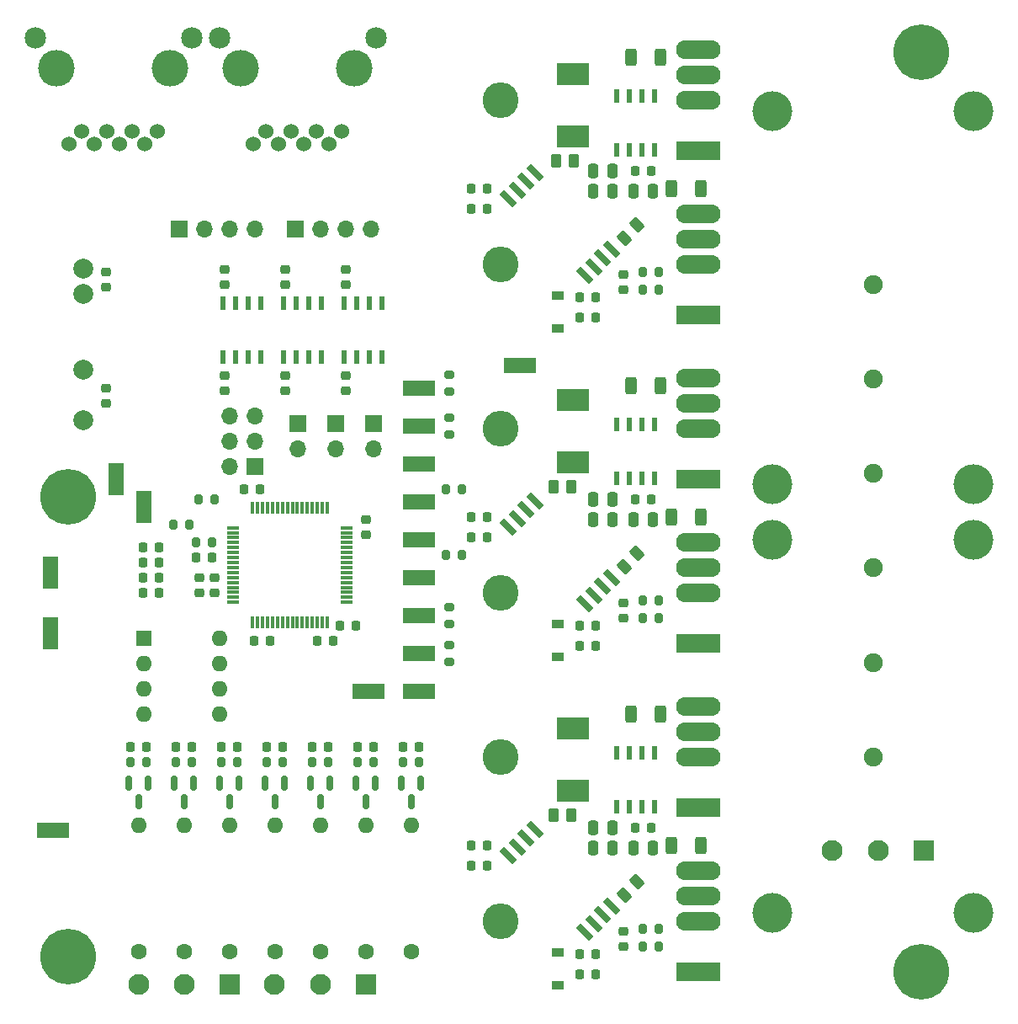
<source format=gbr>
%TF.GenerationSoftware,KiCad,Pcbnew,(6.0.9)*%
%TF.CreationDate,2023-06-09T19:15:00-04:00*%
%TF.ProjectId,HV servo drive v1,48562073-6572-4766-9f20-647269766520,rev?*%
%TF.SameCoordinates,Original*%
%TF.FileFunction,Soldermask,Top*%
%TF.FilePolarity,Negative*%
%FSLAX46Y46*%
G04 Gerber Fmt 4.6, Leading zero omitted, Abs format (unit mm)*
G04 Created by KiCad (PCBNEW (6.0.9)) date 2023-06-09 19:15:00*
%MOMM*%
%LPD*%
G01*
G04 APERTURE LIST*
G04 Aperture macros list*
%AMRoundRect*
0 Rectangle with rounded corners*
0 $1 Rounding radius*
0 $2 $3 $4 $5 $6 $7 $8 $9 X,Y pos of 4 corners*
0 Add a 4 corners polygon primitive as box body*
4,1,4,$2,$3,$4,$5,$6,$7,$8,$9,$2,$3,0*
0 Add four circle primitives for the rounded corners*
1,1,$1+$1,$2,$3*
1,1,$1+$1,$4,$5*
1,1,$1+$1,$6,$7*
1,1,$1+$1,$8,$9*
0 Add four rect primitives between the rounded corners*
20,1,$1+$1,$2,$3,$4,$5,0*
20,1,$1+$1,$4,$5,$6,$7,0*
20,1,$1+$1,$6,$7,$8,$9,0*
20,1,$1+$1,$8,$9,$2,$3,0*%
%AMRotRect*
0 Rectangle, with rotation*
0 The origin of the aperture is its center*
0 $1 length*
0 $2 width*
0 $3 Rotation angle, in degrees counterclockwise*
0 Add horizontal line*
21,1,$1,$2,0,0,$3*%
G04 Aperture macros list end*
%ADD10C,3.600000*%
%ADD11C,5.600000*%
%ADD12C,4.000000*%
%ADD13R,1.700000X1.700000*%
%ADD14O,1.700000X1.700000*%
%ADD15RoundRect,0.218750X-0.218750X-0.256250X0.218750X-0.256250X0.218750X0.256250X-0.218750X0.256250X0*%
%ADD16RoundRect,0.200000X0.275000X-0.200000X0.275000X0.200000X-0.275000X0.200000X-0.275000X-0.200000X0*%
%ADD17RoundRect,0.200000X-0.200000X-0.275000X0.200000X-0.275000X0.200000X0.275000X-0.200000X0.275000X0*%
%ADD18R,3.200000X1.600000*%
%ADD19R,1.600000X3.200000*%
%ADD20RoundRect,0.250000X0.250000X0.475000X-0.250000X0.475000X-0.250000X-0.475000X0.250000X-0.475000X0*%
%ADD21RoundRect,0.225000X0.225000X0.250000X-0.225000X0.250000X-0.225000X-0.250000X0.225000X-0.250000X0*%
%ADD22C,1.600000*%
%ADD23O,1.600000X1.600000*%
%ADD24RoundRect,0.200000X0.200000X0.275000X-0.200000X0.275000X-0.200000X-0.275000X0.200000X-0.275000X0*%
%ADD25RoundRect,0.225000X-0.225000X-0.250000X0.225000X-0.250000X0.225000X0.250000X-0.225000X0.250000X0*%
%ADD26RoundRect,0.225000X-0.250000X0.225000X-0.250000X-0.225000X0.250000X-0.225000X0.250000X0.225000X0*%
%ADD27RoundRect,0.250001X0.799999X0.799999X-0.799999X0.799999X-0.799999X-0.799999X0.799999X-0.799999X0*%
%ADD28C,2.100000*%
%ADD29RoundRect,0.225000X0.250000X-0.225000X0.250000X0.225000X-0.250000X0.225000X-0.250000X-0.225000X0*%
%ADD30RoundRect,0.150000X-0.150000X0.587500X-0.150000X-0.587500X0.150000X-0.587500X0.150000X0.587500X0*%
%ADD31R,0.558800X1.460500*%
%ADD32R,1.200000X0.900000*%
%ADD33RoundRect,0.250000X-0.312500X-0.625000X0.312500X-0.625000X0.312500X0.625000X-0.312500X0.625000X0*%
%ADD34RotRect,0.599999X1.799999X225.000000*%
%ADD35R,1.600000X1.600000*%
%ADD36C,1.524000*%
%ADD37C,2.159000*%
%ADD38C,3.683000*%
%ADD39C,1.905000*%
%ADD40R,3.276600X2.260600*%
%ADD41RoundRect,0.250000X-0.132583X0.503814X-0.503814X0.132583X0.132583X-0.503814X0.503814X-0.132583X0*%
%ADD42RoundRect,0.250000X0.262500X0.450000X-0.262500X0.450000X-0.262500X-0.450000X0.262500X-0.450000X0*%
%ADD43R,1.193800X0.304800*%
%ADD44R,0.304800X1.193800*%
%ADD45C,2.000000*%
%ADD46O,3.600000X3.600000*%
%ADD47R,4.500000X1.905000*%
%ADD48O,4.500000X1.905000*%
G04 APERTURE END LIST*
D10*
%TO.C,H4*%
X108458000Y-99822000D03*
D11*
X108458000Y-99822000D03*
%TD*%
D10*
%TO.C,H3*%
X108458000Y-146050000D03*
D11*
X108458000Y-146050000D03*
%TD*%
D12*
%TO.C,C9*%
X199638000Y-98552000D03*
X179338000Y-98552000D03*
X199638000Y-61052000D03*
X179338000Y-61052000D03*
%TD*%
%TO.C,C8*%
X179330000Y-104140000D03*
X199630000Y-104140000D03*
X179330000Y-141640000D03*
X199630000Y-141640000D03*
%TD*%
D11*
%TO.C,H2*%
X194310000Y-55118000D03*
D10*
X194310000Y-55118000D03*
%TD*%
D11*
%TO.C,H1*%
X194310000Y-147574000D03*
D10*
X194310000Y-147574000D03*
%TD*%
D13*
%TO.C,J3*%
X127254000Y-96774000D03*
D14*
X124714000Y-96774000D03*
X127254000Y-94234000D03*
X124714000Y-94234000D03*
X127254000Y-91694000D03*
X124714000Y-91694000D03*
%TD*%
D15*
%TO.C,D6*%
X116052500Y-109474000D03*
X117627500Y-109474000D03*
%TD*%
%TO.C,D5*%
X116052500Y-107950000D03*
X117627500Y-107950000D03*
%TD*%
%TO.C,D4*%
X116052500Y-106426000D03*
X117627500Y-106426000D03*
%TD*%
%TO.C,D3*%
X116052500Y-104902000D03*
X117627500Y-104902000D03*
%TD*%
D13*
%TO.C,TH3*%
X139192000Y-92451000D03*
D14*
X139192000Y-94991000D03*
%TD*%
D13*
%TO.C,TH2*%
X131572000Y-92451000D03*
D14*
X131572000Y-94991000D03*
%TD*%
D13*
%TO.C,TH1*%
X135382000Y-92451000D03*
D14*
X135382000Y-94991000D03*
%TD*%
D16*
%TO.C,R23*%
X146812000Y-116395000D03*
X146812000Y-114745000D03*
%TD*%
D17*
%TO.C,R22*%
X146495000Y-105664000D03*
X148145000Y-105664000D03*
%TD*%
D16*
%TO.C,R21*%
X146812000Y-93535000D03*
X146812000Y-91885000D03*
%TD*%
%TO.C,R20*%
X146812000Y-112585000D03*
X146812000Y-110935000D03*
%TD*%
D17*
%TO.C,R19*%
X146495000Y-99060000D03*
X148145000Y-99060000D03*
%TD*%
D16*
%TO.C,R18*%
X146812000Y-89217000D03*
X146812000Y-87567000D03*
%TD*%
D18*
%TO.C,TP16*%
X143764000Y-119380000D03*
%TD*%
%TO.C,TP15*%
X143764000Y-96520000D03*
%TD*%
%TO.C,TP14*%
X143764000Y-107950000D03*
%TD*%
D19*
%TO.C,TP13*%
X116078000Y-100838000D03*
%TD*%
D18*
%TO.C,TP12*%
X143764000Y-115570000D03*
%TD*%
%TO.C,TP11*%
X143764000Y-92710000D03*
%TD*%
%TO.C,TP10*%
X143764000Y-104140000D03*
%TD*%
%TO.C,TP9*%
X143764000Y-111760000D03*
%TD*%
%TO.C,TP8*%
X143764000Y-88900000D03*
%TD*%
%TO.C,TP7*%
X106934000Y-133350000D03*
%TD*%
D19*
%TO.C,TP6*%
X113284000Y-98044000D03*
%TD*%
D18*
%TO.C,TP5*%
X143764000Y-100330000D03*
%TD*%
D19*
%TO.C,TP4*%
X106680000Y-113538000D03*
%TD*%
D18*
%TO.C,TP3*%
X153924000Y-86614000D03*
%TD*%
D19*
%TO.C,TP2*%
X106680000Y-107442000D03*
%TD*%
D18*
%TO.C,TP1*%
X138684000Y-119380000D03*
%TD*%
D20*
%TO.C,C52*%
X167320000Y-102108000D03*
X165420000Y-102108000D03*
%TD*%
D21*
%TO.C,C50*%
X150635000Y-101854000D03*
X149085000Y-101854000D03*
%TD*%
%TO.C,C67*%
X161557000Y-147828000D03*
X160007000Y-147828000D03*
%TD*%
D22*
%TO.C,R44*%
X143002000Y-145542000D03*
D23*
X143002000Y-132842000D03*
%TD*%
D24*
%TO.C,R62*%
X167957000Y-143256000D03*
X166307000Y-143256000D03*
%TD*%
D25*
%TO.C,C28*%
X123939000Y-124968000D03*
X125489000Y-124968000D03*
%TD*%
D26*
%TO.C,C72*%
X164338000Y-77457000D03*
X164338000Y-79007000D03*
%TD*%
%TO.C,C71*%
X164338000Y-110477000D03*
X164338000Y-112027000D03*
%TD*%
D27*
%TO.C,J6*%
X194592000Y-135382000D03*
D28*
X189992000Y-135382000D03*
X185392000Y-135382000D03*
%TD*%
D20*
%TO.C,C60*%
X163256000Y-100076000D03*
X161356000Y-100076000D03*
%TD*%
D21*
%TO.C,C59*%
X167145000Y-100076000D03*
X165595000Y-100076000D03*
%TD*%
%TO.C,C66*%
X161557000Y-81788000D03*
X160007000Y-81788000D03*
%TD*%
%TO.C,C56*%
X150635000Y-134874000D03*
X149085000Y-134874000D03*
%TD*%
D29*
%TO.C,C24*%
X121666000Y-109487000D03*
X121666000Y-107937000D03*
%TD*%
D17*
%TO.C,R41*%
X133033000Y-126492000D03*
X134683000Y-126492000D03*
%TD*%
D30*
%TO.C,D15*%
X143952000Y-128602500D03*
X142052000Y-128602500D03*
X143002000Y-130477500D03*
%TD*%
D25*
%TO.C,C17*%
X135877000Y-112776000D03*
X137427000Y-112776000D03*
%TD*%
D20*
%TO.C,C54*%
X167320000Y-69088000D03*
X165420000Y-69088000D03*
%TD*%
D31*
%TO.C,U3*%
X130175000Y-85782150D03*
X131445000Y-85782150D03*
X132715000Y-85782150D03*
X133985000Y-85782150D03*
X133985000Y-80333850D03*
X132715000Y-80333850D03*
X131445000Y-80333850D03*
X130175000Y-80333850D03*
%TD*%
D22*
%TO.C,R40*%
X133858000Y-145542000D03*
D23*
X133858000Y-132842000D03*
%TD*%
D32*
%TO.C,D20*%
X157734000Y-82930000D03*
X157734000Y-79630000D03*
%TD*%
D22*
%TO.C,R29*%
X115570000Y-145542000D03*
D23*
X115570000Y-132842000D03*
%TD*%
D33*
%TO.C,R55*%
X165161500Y-55626000D03*
X168086500Y-55626000D03*
%TD*%
D30*
%TO.C,D12*%
X139380000Y-128602500D03*
X137480000Y-128602500D03*
X138430000Y-130477500D03*
%TD*%
D34*
%TO.C,U14*%
X160494693Y-77590770D03*
X161392718Y-76692744D03*
X162290744Y-75794718D03*
X163188770Y-74896693D03*
X155481307Y-67189230D03*
X154583282Y-68087256D03*
X153685256Y-68985282D03*
X152787230Y-69883307D03*
%TD*%
D26*
%TO.C,C5*%
X124206000Y-87617000D03*
X124206000Y-89167000D03*
%TD*%
D30*
%TO.C,D8*%
X125664000Y-128602500D03*
X123764000Y-128602500D03*
X124714000Y-130477500D03*
%TD*%
D31*
%TO.C,U10*%
X167513000Y-92525850D03*
X166243000Y-92525850D03*
X164973000Y-92525850D03*
X163703000Y-92525850D03*
X163703000Y-97974150D03*
X164973000Y-97974150D03*
X166243000Y-97974150D03*
X167513000Y-97974150D03*
%TD*%
%TO.C,U12*%
X167513000Y-125545850D03*
X166243000Y-125545850D03*
X164973000Y-125545850D03*
X163703000Y-125545850D03*
X163703000Y-130994150D03*
X164973000Y-130994150D03*
X166243000Y-130994150D03*
X167513000Y-130994150D03*
%TD*%
D29*
%TO.C,C4*%
X136398000Y-78499000D03*
X136398000Y-76949000D03*
%TD*%
D24*
%TO.C,R60*%
X167957000Y-77216000D03*
X166307000Y-77216000D03*
%TD*%
D17*
%TO.C,R45*%
X142177000Y-126492000D03*
X143827000Y-126492000D03*
%TD*%
%TO.C,R11*%
X119063000Y-102616000D03*
X120713000Y-102616000D03*
%TD*%
D21*
%TO.C,C51*%
X150635000Y-68834000D03*
X149085000Y-68834000D03*
%TD*%
D35*
%TO.C,SW1*%
X116088000Y-114056000D03*
D23*
X116088000Y-116596000D03*
X116088000Y-119136000D03*
X116088000Y-121676000D03*
X123708000Y-121676000D03*
X123708000Y-119136000D03*
X123708000Y-116596000D03*
X123708000Y-114056000D03*
%TD*%
D36*
%TO.C,J1*%
X127127000Y-64325500D03*
X128397000Y-63055500D03*
X129667000Y-64325500D03*
X130937000Y-63055500D03*
X132207000Y-64325500D03*
X133477000Y-63055500D03*
X134747000Y-64325500D03*
X136017000Y-63055500D03*
D37*
X123698000Y-53657500D03*
X139446000Y-53657500D03*
D38*
X125857000Y-56705500D03*
X137287000Y-56705500D03*
%TD*%
D39*
%TO.C,J4*%
X189484901Y-78466651D03*
X189484901Y-87966649D03*
X189484901Y-97466648D03*
X189484901Y-106966647D03*
X189484901Y-116466646D03*
X189484901Y-125966645D03*
%TD*%
D21*
%TO.C,C68*%
X161557000Y-112776000D03*
X160007000Y-112776000D03*
%TD*%
D27*
%TO.C,J5*%
X124770000Y-148844000D03*
D28*
X120170000Y-148844000D03*
X115570000Y-148844000D03*
%TD*%
D33*
%TO.C,R54*%
X169225500Y-68834000D03*
X172150500Y-68834000D03*
%TD*%
D40*
%TO.C,D16*%
X159258000Y-90119200D03*
X159258000Y-96316800D03*
%TD*%
D33*
%TO.C,R53*%
X165161500Y-88646000D03*
X168086500Y-88646000D03*
%TD*%
D17*
%TO.C,R12*%
X121349000Y-104394000D03*
X122999000Y-104394000D03*
%TD*%
D21*
%TO.C,C63*%
X167145000Y-133096000D03*
X165595000Y-133096000D03*
%TD*%
%TO.C,C49*%
X150635000Y-136906000D03*
X149085000Y-136906000D03*
%TD*%
D26*
%TO.C,C18*%
X112268000Y-77203000D03*
X112268000Y-78753000D03*
%TD*%
D21*
%TO.C,C69*%
X161557000Y-79756000D03*
X160007000Y-79756000D03*
%TD*%
D22*
%TO.C,R27*%
X120142000Y-145542000D03*
D23*
X120142000Y-132842000D03*
%TD*%
D31*
%TO.C,U11*%
X167513000Y-59505850D03*
X166243000Y-59505850D03*
X164973000Y-59505850D03*
X163703000Y-59505850D03*
X163703000Y-64954150D03*
X164973000Y-64954150D03*
X166243000Y-64954150D03*
X167513000Y-64954150D03*
%TD*%
D27*
%TO.C,J7*%
X138458000Y-148844000D03*
D28*
X133858000Y-148844000D03*
X129258000Y-148844000D03*
%TD*%
D41*
%TO.C,R51*%
X165745235Y-72506765D03*
X164454765Y-73797235D03*
%TD*%
D25*
%TO.C,C36*%
X142227000Y-124968000D03*
X143777000Y-124968000D03*
%TD*%
D17*
%TO.C,R28*%
X119317000Y-126492000D03*
X120967000Y-126492000D03*
%TD*%
D41*
%TO.C,R50*%
X165745235Y-105526765D03*
X164454765Y-106817235D03*
%TD*%
D21*
%TO.C,C14*%
X128791000Y-114300000D03*
X127241000Y-114300000D03*
%TD*%
D30*
%TO.C,D14*%
X130236000Y-128602500D03*
X128336000Y-128602500D03*
X129286000Y-130477500D03*
%TD*%
D40*
%TO.C,D17*%
X159258000Y-57353200D03*
X159258000Y-63550800D03*
%TD*%
D26*
%TO.C,C6*%
X130302000Y-87617000D03*
X130302000Y-89167000D03*
%TD*%
D24*
%TO.C,R64*%
X167957000Y-112014000D03*
X166307000Y-112014000D03*
%TD*%
D32*
%TO.C,D19*%
X157734000Y-115950000D03*
X157734000Y-112650000D03*
%TD*%
D26*
%TO.C,C7*%
X136398000Y-87617000D03*
X136398000Y-89167000D03*
%TD*%
D20*
%TO.C,C57*%
X167320000Y-135128000D03*
X165420000Y-135128000D03*
%TD*%
%TO.C,C58*%
X163256000Y-135128000D03*
X161356000Y-135128000D03*
%TD*%
%TO.C,C62*%
X163256000Y-67056000D03*
X161356000Y-67056000D03*
%TD*%
D21*
%TO.C,C61*%
X167145000Y-67056000D03*
X165595000Y-67056000D03*
%TD*%
D13*
%TO.C,M2*%
X131328000Y-72898000D03*
D14*
X133868000Y-72898000D03*
X136408000Y-72898000D03*
X138948000Y-72898000D03*
%TD*%
D34*
%TO.C,U15*%
X160494693Y-143630770D03*
X161392718Y-142732744D03*
X162290744Y-141834718D03*
X163188770Y-140936693D03*
X155481307Y-133229230D03*
X154583282Y-134127256D03*
X153685256Y-135025282D03*
X152787230Y-135923307D03*
%TD*%
D20*
%TO.C,C53*%
X163256000Y-102108000D03*
X161356000Y-102108000D03*
%TD*%
D42*
%TO.C,R48*%
X159408500Y-66040000D03*
X157583500Y-66040000D03*
%TD*%
%TO.C,R47*%
X159154500Y-98806000D03*
X157329500Y-98806000D03*
%TD*%
D34*
%TO.C,U13*%
X160494693Y-110610770D03*
X161392718Y-109712744D03*
X162290744Y-108814718D03*
X163188770Y-107916693D03*
X155481307Y-100209230D03*
X154583282Y-101107256D03*
X153685256Y-102005282D03*
X152787230Y-102903307D03*
%TD*%
D17*
%TO.C,R26*%
X123889000Y-126492000D03*
X125539000Y-126492000D03*
%TD*%
D25*
%TO.C,C33*%
X137655000Y-124968000D03*
X139205000Y-124968000D03*
%TD*%
D33*
%TO.C,R58*%
X165161500Y-121666000D03*
X168086500Y-121666000D03*
%TD*%
D43*
%TO.C,U5*%
X125060001Y-102930000D03*
X125060001Y-103429999D03*
X125060001Y-103930000D03*
X125060001Y-104429999D03*
X125060001Y-104930001D03*
X125060001Y-105430000D03*
X125060001Y-105929999D03*
X125060001Y-106430000D03*
X125060001Y-106930000D03*
X125060001Y-107430001D03*
X125060001Y-107930000D03*
X125060001Y-108429999D03*
X125060001Y-108930001D03*
X125060001Y-109430000D03*
X125060001Y-109930001D03*
X125060001Y-110430000D03*
D44*
X127060000Y-112429999D03*
X127559999Y-112429999D03*
X128060000Y-112429999D03*
X128559999Y-112429999D03*
X129060001Y-112429999D03*
X129560000Y-112429999D03*
X130059999Y-112429999D03*
X130560000Y-112429999D03*
X131060000Y-112429999D03*
X131560001Y-112429999D03*
X132060000Y-112429999D03*
X132559999Y-112429999D03*
X133060001Y-112429999D03*
X133560000Y-112429999D03*
X134060001Y-112429999D03*
X134560000Y-112429999D03*
D43*
X136559999Y-110430000D03*
X136559999Y-109930001D03*
X136559999Y-109430000D03*
X136559999Y-108930001D03*
X136559999Y-108429999D03*
X136559999Y-107930000D03*
X136559999Y-107430001D03*
X136559999Y-106930000D03*
X136559999Y-106430000D03*
X136559999Y-105929999D03*
X136559999Y-105430000D03*
X136559999Y-104930001D03*
X136559999Y-104429999D03*
X136559999Y-103930000D03*
X136559999Y-103429999D03*
X136559999Y-102930000D03*
D44*
X134560000Y-100930001D03*
X134060001Y-100930001D03*
X133560000Y-100930001D03*
X133060001Y-100930001D03*
X132559999Y-100930001D03*
X132060000Y-100930001D03*
X131560001Y-100930001D03*
X131060000Y-100930001D03*
X130560000Y-100930001D03*
X130059999Y-100930001D03*
X129560000Y-100930001D03*
X129060001Y-100930001D03*
X128559999Y-100930001D03*
X128060000Y-100930001D03*
X127559999Y-100930001D03*
X127060000Y-100930001D03*
%TD*%
D26*
%TO.C,C21*%
X138430000Y-102095000D03*
X138430000Y-103645000D03*
%TD*%
D21*
%TO.C,C70*%
X161557000Y-145796000D03*
X160007000Y-145796000D03*
%TD*%
D31*
%TO.C,U2*%
X124079000Y-85782150D03*
X125349000Y-85782150D03*
X126619000Y-85782150D03*
X127889000Y-85782150D03*
X127889000Y-80333850D03*
X126619000Y-80333850D03*
X125349000Y-80333850D03*
X124079000Y-80333850D03*
%TD*%
D29*
%TO.C,C2*%
X124206000Y-78499000D03*
X124206000Y-76949000D03*
%TD*%
D24*
%TO.C,R59*%
X167957000Y-110236000D03*
X166307000Y-110236000D03*
%TD*%
D21*
%TO.C,C65*%
X161557000Y-114808000D03*
X160007000Y-114808000D03*
%TD*%
D17*
%TO.C,R43*%
X128461000Y-126492000D03*
X130111000Y-126492000D03*
%TD*%
D20*
%TO.C,C64*%
X163256000Y-133096000D03*
X161356000Y-133096000D03*
%TD*%
D42*
%TO.C,R49*%
X159154500Y-131826000D03*
X157329500Y-131826000D03*
%TD*%
D20*
%TO.C,C55*%
X163256000Y-69088000D03*
X161356000Y-69088000D03*
%TD*%
D41*
%TO.C,R56*%
X165745235Y-138546765D03*
X164454765Y-139837235D03*
%TD*%
D29*
%TO.C,C20*%
X123190000Y-109487000D03*
X123190000Y-107937000D03*
%TD*%
D24*
%TO.C,R10*%
X123253000Y-100076000D03*
X121603000Y-100076000D03*
%TD*%
D25*
%TO.C,C34*%
X133083000Y-124968000D03*
X134633000Y-124968000D03*
%TD*%
D22*
%TO.C,R25*%
X124714000Y-145542000D03*
D23*
X124714000Y-132842000D03*
%TD*%
D25*
%TO.C,C29*%
X119367000Y-124968000D03*
X120917000Y-124968000D03*
%TD*%
D30*
%TO.C,D10*%
X116520000Y-128602500D03*
X114620000Y-128602500D03*
X115570000Y-130477500D03*
%TD*%
D21*
%TO.C,C48*%
X150635000Y-70866000D03*
X149085000Y-70866000D03*
%TD*%
D45*
%TO.C,U7*%
X110007825Y-79435425D03*
X110007825Y-76895425D03*
X110007825Y-87055425D03*
X110007825Y-92135425D03*
%TD*%
D33*
%TO.C,R52*%
X169225500Y-101854000D03*
X172150500Y-101854000D03*
%TD*%
D13*
%TO.C,M1*%
X119644000Y-72898000D03*
D14*
X122184000Y-72898000D03*
X124724000Y-72898000D03*
X127264000Y-72898000D03*
%TD*%
D29*
%TO.C,C3*%
X130302000Y-78499000D03*
X130302000Y-76949000D03*
%TD*%
D17*
%TO.C,R30*%
X114745000Y-126492000D03*
X116395000Y-126492000D03*
%TD*%
D25*
%TO.C,C35*%
X128511000Y-124968000D03*
X130061000Y-124968000D03*
%TD*%
D22*
%TO.C,R42*%
X129286000Y-145542000D03*
D23*
X129286000Y-132842000D03*
%TD*%
D17*
%TO.C,R39*%
X137605000Y-126492000D03*
X139255000Y-126492000D03*
%TD*%
D40*
%TO.C,D18*%
X159258000Y-123139200D03*
X159258000Y-129336800D03*
%TD*%
D36*
%TO.C,J2*%
X108585000Y-64325500D03*
X109855000Y-63055500D03*
X111125000Y-64325500D03*
X112395000Y-63055500D03*
X113665000Y-64325500D03*
X114935000Y-63055500D03*
X116205000Y-64325500D03*
X117475000Y-63055500D03*
D37*
X105156000Y-53657500D03*
X120904000Y-53657500D03*
D38*
X107315000Y-56705500D03*
X118745000Y-56705500D03*
%TD*%
D30*
%TO.C,D9*%
X121092000Y-128602500D03*
X119192000Y-128602500D03*
X120142000Y-130477500D03*
%TD*%
D21*
%TO.C,C47*%
X150635000Y-103886000D03*
X149085000Y-103886000D03*
%TD*%
D25*
%TO.C,C15*%
X126225000Y-99060000D03*
X127775000Y-99060000D03*
%TD*%
%TO.C,C12*%
X133591000Y-114300000D03*
X135141000Y-114300000D03*
%TD*%
D32*
%TO.C,D21*%
X157734000Y-148970000D03*
X157734000Y-145670000D03*
%TD*%
D21*
%TO.C,C25*%
X122949000Y-105918000D03*
X121399000Y-105918000D03*
%TD*%
D26*
%TO.C,C73*%
X164338000Y-143497000D03*
X164338000Y-145047000D03*
%TD*%
D30*
%TO.C,D13*%
X134808000Y-128602500D03*
X132908000Y-128602500D03*
X133858000Y-130477500D03*
%TD*%
D29*
%TO.C,C23*%
X112268000Y-90437000D03*
X112268000Y-88887000D03*
%TD*%
D31*
%TO.C,U4*%
X136271000Y-85782150D03*
X137541000Y-85782150D03*
X138811000Y-85782150D03*
X140081000Y-85782150D03*
X140081000Y-80333850D03*
X138811000Y-80333850D03*
X137541000Y-80333850D03*
X136271000Y-80333850D03*
%TD*%
D24*
%TO.C,R67*%
X167957000Y-145034000D03*
X166307000Y-145034000D03*
%TD*%
D33*
%TO.C,R57*%
X169225500Y-134874000D03*
X172150500Y-134874000D03*
%TD*%
D22*
%TO.C,R38*%
X138430000Y-145542000D03*
D23*
X138430000Y-132842000D03*
%TD*%
D24*
%TO.C,R66*%
X167957000Y-78994000D03*
X166307000Y-78994000D03*
%TD*%
D25*
%TO.C,C30*%
X114795000Y-124968000D03*
X116345000Y-124968000D03*
%TD*%
D46*
%TO.C,Q1*%
X152050000Y-109474000D03*
D47*
X171910000Y-114554000D03*
D48*
X171910000Y-109474000D03*
X171910000Y-106934000D03*
X171910000Y-104394000D03*
%TD*%
D46*
%TO.C,Q5*%
X152050000Y-142494000D03*
D47*
X171910000Y-147574000D03*
D48*
X171910000Y-142494000D03*
X171910000Y-139954000D03*
X171910000Y-137414000D03*
%TD*%
D46*
%TO.C,Q2*%
X152050000Y-92964000D03*
D47*
X171910000Y-98044000D03*
D48*
X171910000Y-92964000D03*
X171910000Y-90424000D03*
X171910000Y-87884000D03*
%TD*%
D46*
%TO.C,Q4*%
X152050000Y-59944000D03*
D47*
X171910000Y-65024000D03*
D48*
X171910000Y-59944000D03*
X171910000Y-57404000D03*
X171910000Y-54864000D03*
%TD*%
D46*
%TO.C,Q6*%
X152050000Y-125984000D03*
D47*
X171910000Y-131064000D03*
D48*
X171910000Y-125984000D03*
X171910000Y-123444000D03*
X171910000Y-120904000D03*
%TD*%
D46*
%TO.C,Q3*%
X152050000Y-76454000D03*
D47*
X171910000Y-81534000D03*
D48*
X171910000Y-76454000D03*
X171910000Y-73914000D03*
X171910000Y-71374000D03*
%TD*%
M02*

</source>
